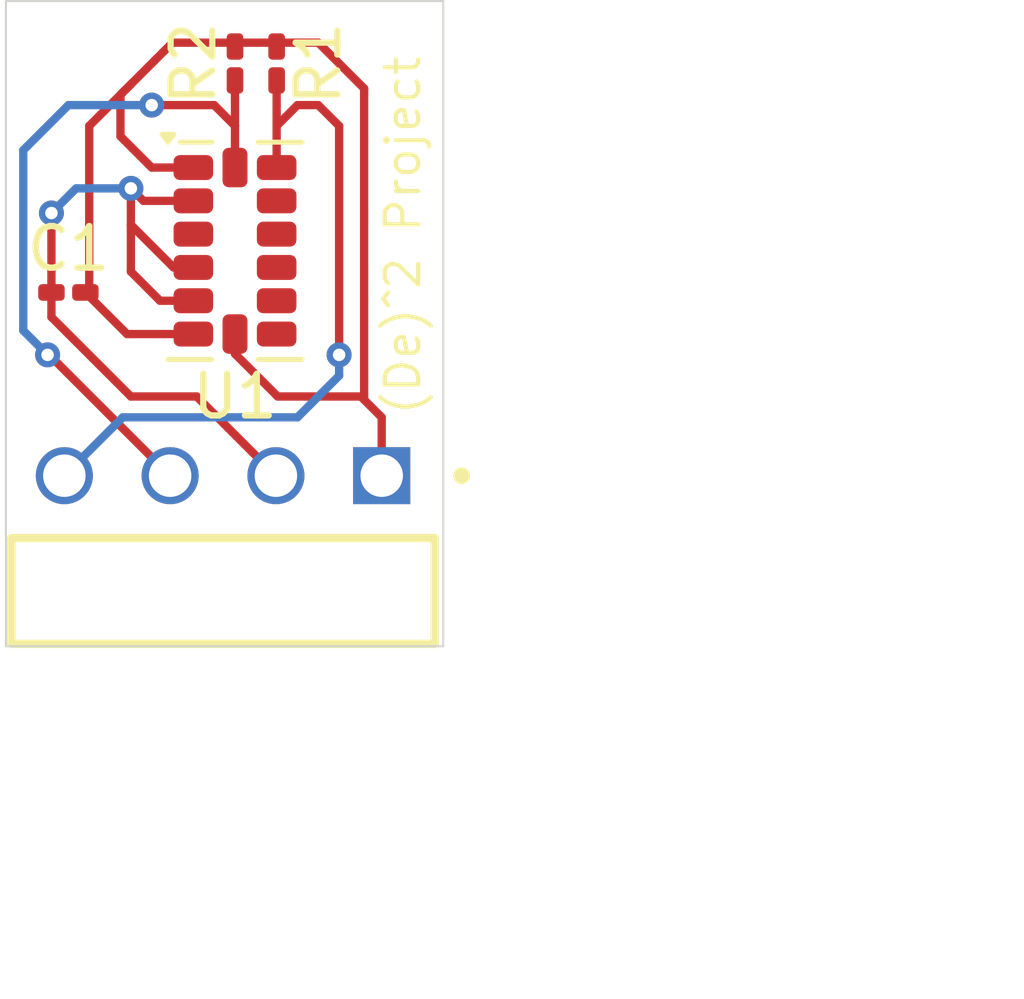
<source format=kicad_pcb>
(kicad_pcb (version 20241229) (generator "pcbnew") (generator_version "9.0")
  (layers (0 "F.Cu" signal) (2 "B.Cu" signal) (13 "F.Paste" user) (15 "B.Paste" user) (5 "F.SilkS" user "F.Silkscreen") (7 "B.SilkS" user "B.Silkscreen") (1 "F.Mask" user) (3 "B.Mask" user) (25 "Edge.Cuts" user))
  (net 0 "")
  (net 1 "Net-(U1-Vdd_I{slash}O)")
  (net 2 "Net-(C1-Pad1)")
  (net 3 "Net-(U1-SCL{slash}SCLK)")
  (net 9 "Net-(U1-SDA{slash}SDI{slash}SDIO)")
  (footprint "Resistor_SMD:R_0201_0603Metric_Pad0.64x0.40mm_HandSolder" (layer "F.Cu") (at 138.5 94 90)
    (property "Reference" "R2" (at 0 -1 90) (layer "F.SilkS"))
    (property "Value" "10k")
    (pad "1" smd roundrect (at -0.4075 0 90) (size 0.635 0.4) (layers "F.Cu" "F.Mask") (net 3 "Net-(U1-SCL{slash}SCLK)"))
    (pad "2" smd roundrect (at 0.4075 0 90) (size 0.635 0.4) (layers "F.Cu" "F.Mask") (net 1 "Net-(U1-Vdd_I{slash}O)"))
  )
  (footprint "HTSW-104-08-G-S-RA:SAMTEC_HTSW-104-08-G-S-RA" (layer "F.Cu") (at 138.2125 106.6725)
    (property "Reference" "J1" (hide yes))
    (property "Value" "HTSW-104-08-G-S-RA")
    (fp_line (start -5.08 1.27) (end -5.08 -1.27) (stroke (width 0.2)) (layer "F.SilkS"))
    (fp_line (start 5.08 -1.27) (end -5.08 -1.27) (stroke (width 0.2)) (layer "F.SilkS"))
    (fp_line (start 5.08 -1.27) (end 5.08 1.27) (stroke (width 0.2)) (layer "F.SilkS"))
    (fp_line (start 5.08 1.27) (end -5.08 1.27) (stroke (width 0.2)) (layer "F.SilkS"))
    (fp_circle (center 5.73 -2.77) (end 5.83 -2.77) (stroke (width 0.2)) (fill no) (layer "F.SilkS"))
    (pad "01" thru_hole rect (at 3.81 -2.77) (size 1.37 1.37) (drill 1.02) (layers "*.Cu" "*.Mask") (net 1 "Net-(U1-Vdd_I{slash}O)"))
    (pad "02" thru_hole circle (at 1.27 -2.77) (size 1.37 1.37) (drill 1.02) (layers "*.Cu" "*.Mask") (net 2 "Net-(C1-Pad1)"))
    (pad "03" thru_hole circle (at -1.27 -2.77) (size 1.37 1.37) (drill 1.02) (layers "*.Cu" "*.Mask") (net 3 "Net-(U1-SCL{slash}SCLK)"))
    (pad "04" thru_hole circle (at -3.81 -2.77) (size 1.37 1.37) (drill 1.02) (layers "*.Cu" "*.Mask") (net 9 "Net-(U1-SDA{slash}SDI{slash}SDIO)"))
  )
  (footprint "Capacitor_SMD:C_0201_0603Metric_Pad0.64x0.40mm_HandSolder" (layer "F.Cu") (at 134.5 99.5)
    (property "Reference" "C1" (at 0 -1.05 0) (layer "F.SilkS"))
    (property "Value" "C")
    (pad "1" smd roundrect (at -0.4075 0) (size 0.635 0.4) (layers "F.Cu" "F.Mask") (net 2 "Net-(C1-Pad1)"))
    (pad "2" smd roundrect (at 0.4075 0) (size 0.635 0.4) (layers "F.Cu" "F.Mask") (net 1 "Net-(U1-Vdd_I{slash}O)"))
  )
  (footprint "Resistor_SMD:R_0201_0603Metric_Pad0.64x0.40mm_HandSolder" (layer "F.Cu") (at 139.5 94 90)
    (property "Reference" "R1" (at 0 1 90) (layer "F.SilkS"))
    (property "Value" "10k")
    (pad "1" smd roundrect (at -0.4075 0 90) (size 0.635 0.4) (layers "F.Cu" "F.Mask") (net 9 "Net-(U1-SDA{slash}SDI{slash}SDIO)"))
    (pad "2" smd roundrect (at 0.4075 0 90) (size 0.635 0.4) (layers "F.Cu" "F.Mask") (net 1 "Net-(U1-Vdd_I{slash}O)"))
  )
  (footprint "Package_LGA:LGA-14_3x5mm_P0.8mm_LayoutBorder1x6y" (layer "F.Cu") (at 138.5 98.5)
    (property "Reference" "U1" (at 0 3.5 0) (layer "F.SilkS"))
    (property "Value" "ADXL343")
    (fp_line (start -0.56 -2.61) (end -1.31 -2.61) (stroke (width 0.12)) (layer "F.SilkS"))
    (fp_line (start -0.56 2.61) (end -1.61 2.61) (stroke (width 0.12)) (layer "F.SilkS"))
    (fp_line (start 0.56 -2.61) (end 1.61 -2.61) (stroke (width 0.12)) (layer "F.SilkS"))
    (fp_line (start 0.56 2.61) (end 1.61 2.61) (stroke (width 0.12)) (layer "F.SilkS"))
    (fp_poly (pts (xy -1.61 -2.61) (xy -1.75 -2.8) (xy -1.47 -2.8) (xy -1.61 -2.61)) (stroke (width 0.12)) (fill yes) (layer "F.SilkS"))
    (pad "1" smd roundrect (at -1 -2) (size 0.95 0.6) (layers "F.Cu" "F.Mask" "F.Paste") (net 1 "Net-(U1-Vdd_I{slash}O)"))
    (pad "2" smd roundrect (at -1 -1.2) (size 0.95 0.6) (layers "F.Cu" "F.Mask" "F.Paste") (net 2 "Net-(C1-Pad1)"))
    (pad "3" smd roundrect (at -1 -0.4) (size 0.95 0.6) (layers "F.Cu" "F.Mask" "F.Paste"))
    (pad "4" smd roundrect (at -1 0.4) (size 0.95 0.6) (layers "F.Cu" "F.Mask" "F.Paste") (net 2 "Net-(C1-Pad1)"))
    (pad "5" smd roundrect (at -1 1.2) (size 0.95 0.6) (layers "F.Cu" "F.Mask" "F.Paste") (net 2 "Net-(C1-Pad1)"))
    (pad "6" smd roundrect (at -1 2) (size 0.95 0.6) (layers "F.Cu" "F.Mask" "F.Paste") (net 1 "Net-(U1-Vdd_I{slash}O)"))
    (pad "7" smd roundrect (at 0 2) (size 0.6 0.95) (layers "F.Cu" "F.Mask" "F.Paste") (net 1 "Net-(U1-Vdd_I{slash}O)"))
    (pad "8" smd roundrect (at 1 2) (size 0.95 0.6) (layers "F.Cu" "F.Mask" "F.Paste"))
    (pad "9" smd roundrect (at 1 1.2) (size 0.95 0.6) (layers "F.Cu" "F.Mask" "F.Paste"))
    (pad "10" smd roundrect (at 1 0.4) (size 0.95 0.6) (layers "F.Cu" "F.Mask" "F.Paste"))
    (pad "11" smd roundrect (at 1 -0.4) (size 0.95 0.6) (layers "F.Cu" "F.Mask" "F.Paste"))
    (pad "12" smd roundrect (at 1 -1.2) (size 0.95 0.6) (layers "F.Cu" "F.Mask" "F.Paste"))
    (pad "13" smd roundrect (at 1 -2) (size 0.95 0.6) (layers "F.Cu" "F.Mask" "F.Paste") (net 9 "Net-(U1-SDA{slash}SDI{slash}SDIO)"))
    (pad "14" smd roundrect (at 0 -2) (size 0.6 0.95) (layers "F.Cu" "F.Mask" "F.Paste") (net 3 "Net-(U1-SCL{slash}SCLK)"))
  )
  (gr_line (start 133 108) (end 133 92.5) (stroke (width 0.05)) (layer "Edge.Cuts"))
  (gr_line (start 143.5 108) (end 143.5 93) (stroke (width 0.05)) (layer "Edge.Cuts"))
  (gr_line (start 143.5 92.5) (end 133 92.5) (stroke (width 0.05)) (layer "Edge.Cuts"))
  (gr_line (start 133 108) (end 143.5 108) (stroke (width 0.05)) (layer "Edge.Cuts"))
  (gr_line (start 143.5 93) (end 143.5 92.5) (stroke (width 0.05)) (layer "Edge.Cuts"))
  (gr_text "\n(De)^2 Project " (at 143 102.5 90) (layer "F.SilkS") (effects (font (size 0.8 0.8) (thickness 0.1)) (justify left bottom)))
  (segment (start 135.75 94.75) (end 136 94.5) (width 0.2) (layer "F.Cu") (net 1))
  (segment (start 139.5 93.5) (end 138.5 93.5) (width 0.2) (layer "F.Cu") (net 1))
  (segment (start 135.9075 100.5) (end 137.5 100.5) (width 0.2) (layer "F.Cu") (net 1))
  (segment (start 141.601 102.0785) (end 142.0225 102.5) (width 0.2) (layer "F.Cu") (net 1))
  (segment (start 141.601 94.601) (end 141.601 102.0785) (width 0.2) (layer "F.Cu") (net 1))
  (segment (start 140.5 93.5) (end 141.601 94.601) (width 0.2) (layer "F.Cu") (net 1))
  (segment (start 142.0225 102.5) (end 142.0225 103.9025) (width 0.2) (layer "F.Cu") (net 1))
  (segment (start 134.9075 99.5) (end 135.9075 100.5) (width 0.2) (layer "F.Cu") (net 1))
  (segment (start 139.525001 102) (end 141.5225 102) (width 0.2) (layer "F.Cu") (net 1))
  (segment (start 137 93.5) (end 136 94.5) (width 0.2) (layer "F.Cu") (net 1))
  (segment (start 136 94.5) (end 135 95.5) (width 0.2) (layer "F.Cu") (net 1))
  (segment (start 138.5 93.5) (end 137 93.5) (width 0.2) (layer "F.Cu") (net 1))
  (segment (start 139.5 93.5) (end 140.5 93.5) (width 0.2) (layer "F.Cu") (net 1))
  (segment (start 137.5 96.5) (end 136.5 96.5) (width 0.2) (layer "F.Cu") (net 1))
  (segment (start 135 95.5) (end 135 99.5) (width 0.2) (layer "F.Cu") (net 1))
  (segment (start 138.5 100.5) (end 138.5 100.974999) (width 0.2) (layer "F.Cu") (net 1))
  (segment (start 141.5225 102) (end 141.601 102.0785) (width 0.2) (layer "F.Cu") (net 1))
  (segment (start 135.75 95.75) (end 135.75 94.75) (width 0.2) (layer "F.Cu") (net 1))
  (segment (start 138.5 100.974999) (end 139.525001 102) (width 0.2) (layer "F.Cu") (net 1))
  (segment (start 139.5 93.5925) (end 139.5 93.5) (width 0.2) (layer "F.Cu") (net 1))
  (segment (start 138.5 93.5925) (end 138.5 93.5) (width 0.2) (layer "F.Cu") (net 1))
  (segment (start 136.5 96.5) (end 135.75 95.75) (width 0.2) (layer "F.Cu") (net 1))
  (segment (start 137.5 97.3) (end 136.3 97.3) (width 0.2) (layer "F.Cu") (net 2))
  (segment (start 134.0925 100.0925) (end 136 102) (width 0.2) (layer "F.Cu") (net 2))
  (segment (start 136.7 99.7) (end 136 99) (width 0.2) (layer "F.Cu") (net 2))
  (segment (start 136 97.874999) (end 137.025001 98.9) (width 0.2) (layer "F.Cu") (net 2))
  (segment (start 137.58 102) (end 139.4825 103.9025) (width 0.2) (layer "F.Cu") (net 2))
  (segment (start 136 97) (end 136 97.874999) (width 0.2) (layer "F.Cu") (net 2))
  (segment (start 136 99) (end 136 97.874999) (width 0.2) (layer "F.Cu") (net 2))
  (segment (start 137.5 99.7) (end 136.7 99.7) (width 0.2) (layer "F.Cu") (net 2))
  (segment (start 136 102) (end 137.58 102) (width 0.2) (layer "F.Cu") (net 2))
  (segment (start 136.3 97.3) (end 136 97) (width 0.2) (layer "F.Cu") (net 2))
  (segment (start 134.0925 99.5) (end 134.0925 100.0925) (width 0.2) (layer "F.Cu") (net 2))
  (segment (start 137.025001 98.9) (end 137.5 98.9) (width 0.2) (layer "F.Cu") (net 2))
  (segment (start 134.0925 99.5) (end 134.0925 97.5925) (width 0.2) (layer "F.Cu") (net 2))
  (via (at 134.0925 97.5925) (size 0.6) (drill 0.3) (layers "F.Cu" "B.Cu") (net 2))
  (via (at 136 97) (size 0.6) (drill 0.3) (layers "F.Cu" "B.Cu") (net 2))
  (segment (start 134.0925 97.5925) (end 134.685 97) (width 0.2) (layer "B.Cu") (net 2))
  (segment (start 134.685 97) (end 136 97) (width 0.2) (layer "B.Cu") (net 2))
  (segment (start 138 95) (end 136.5 95) (width 0.2) (layer "F.Cu") (net 3))
  (segment (start 138.5 95.5) (end 138 95) (width 0.2) (layer "F.Cu") (net 3))
  (segment (start 134 101) (end 134.04 101) (width 0.2) (layer "F.Cu") (net 3))
  (segment (start 134.04 101) (end 136.9425 103.9025) (width 0.2) (layer "F.Cu") (net 3))
  (segment (start 138.5 94.4075) (end 138.5 95.5) (width 0.2) (layer "F.Cu") (net 3))
  (segment (start 138.5 95.5) (end 138.5 96.5) (width 0.2) (layer "F.Cu") (net 3))
  (via (at 136.5 95) (size 0.6) (drill 0.3) (layers "F.Cu" "B.Cu") (net 3))
  (via (at 134 101) (size 0.6) (drill 0.3) (layers "F.Cu" "B.Cu") (net 3))
  (segment (start 136.5 95) (end 134.5 95) (width 0.2) (layer "B.Cu") (net 3))
  (segment (start 133.4165 96.0835) (end 133.4165 100.4165) (width 0.2) (layer "B.Cu") (net 3))
  (segment (start 134.5 95) (end 133.5 96) (width 0.2) (layer "B.Cu") (net 3))
  (segment (start 133.4165 100.4165) (end 134 101) (width 0.2) (layer "B.Cu") (net 3))
  (segment (start 133.5 96) (end 133.4165 96.0835) (width 0.2) (layer "B.Cu") (net 3))
  (segment (start 141 95.5) (end 141 101) (width 0.2) (layer "F.Cu") (net 9))
  (segment (start 139.5 94.4075) (end 139.5 95.5) (width 0.2) (layer "F.Cu") (net 9))
  (segment (start 139.5 96.5) (end 139.5 95.5) (width 0.2) (layer "F.Cu") (net 9))
  (segment (start 140.5 95) (end 141 95.5) (width 0.2) (layer "F.Cu") (net 9))
  (segment (start 139.5 95.5) (end 140 95) (width 0.2) (layer "F.Cu") (net 9))
  (segment (start 140 95) (end 140.5 95) (width 0.2) (layer "F.Cu") (net 9))
  (via (at 141 101) (size 0.6) (drill 0.3) (layers "F.Cu" "B.Cu") (net 9))
  (segment (start 134.4025 103.9025) (end 135.805 102.5) (width 0.2) (layer "B.Cu") (net 9))
  (segment (start 140 102.5) (end 141 101.5) (width 0.2) (layer "B.Cu") (net 9))
  (segment (start 141 101.5) (end 141 101) (width 0.2) (layer "B.Cu") (net 9))
  (segment (start 135.805 102.5) (end 140 102.5) (width 0.2) (layer "B.Cu") (net 9))
)
</source>
